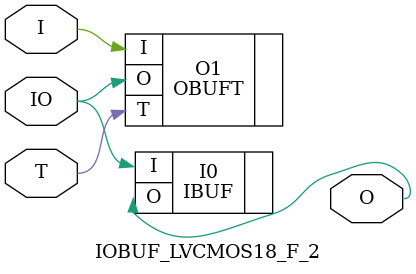
<source format=v>


`timescale  1 ps / 1 ps


module IOBUF_LVCMOS18_F_2 (O, IO, I, T);

    output O;

    inout  IO;

    input  I, T;

        OBUFT #(.IOSTANDARD("LVCMOS18"), .SLEW("FAST"), .DRIVE(2)) O1 (.O(IO), .I(I), .T(T)); 
	IBUF #(.IOSTANDARD("LVCMOS18"))  I0 (.O(O), .I(IO));
        

endmodule



</source>
